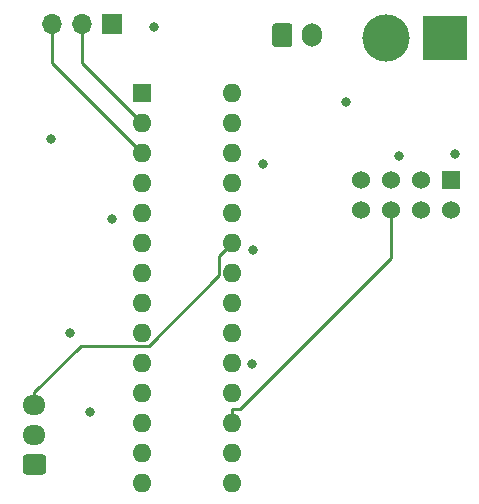
<source format=gbr>
G04 #@! TF.GenerationSoftware,KiCad,Pcbnew,5.1.6-c6e7f7d~87~ubuntu20.04.1*
G04 #@! TF.CreationDate,2020-10-16T00:20:04+02:00*
G04 #@! TF.ProjectId,soil_humidity_module,736f696c-5f68-4756-9d69-646974795f6d,rev?*
G04 #@! TF.SameCoordinates,Original*
G04 #@! TF.FileFunction,Copper,L2,Inr*
G04 #@! TF.FilePolarity,Positive*
%FSLAX46Y46*%
G04 Gerber Fmt 4.6, Leading zero omitted, Abs format (unit mm)*
G04 Created by KiCad (PCBNEW 5.1.6-c6e7f7d~87~ubuntu20.04.1) date 2020-10-16 00:20:04*
%MOMM*%
%LPD*%
G01*
G04 APERTURE LIST*
G04 #@! TA.AperFunction,ViaPad*
%ADD10R,3.800000X3.800000*%
G04 #@! TD*
G04 #@! TA.AperFunction,ViaPad*
%ADD11C,4.000000*%
G04 #@! TD*
G04 #@! TA.AperFunction,ViaPad*
%ADD12O,1.950000X1.700000*%
G04 #@! TD*
G04 #@! TA.AperFunction,ViaPad*
%ADD13O,1.700000X2.000000*%
G04 #@! TD*
G04 #@! TA.AperFunction,ViaPad*
%ADD14R,1.700000X1.700000*%
G04 #@! TD*
G04 #@! TA.AperFunction,ViaPad*
%ADD15O,1.700000X1.700000*%
G04 #@! TD*
G04 #@! TA.AperFunction,ViaPad*
%ADD16C,1.524000*%
G04 #@! TD*
G04 #@! TA.AperFunction,ViaPad*
%ADD17R,1.524000X1.524000*%
G04 #@! TD*
G04 #@! TA.AperFunction,ViaPad*
%ADD18R,1.600000X1.600000*%
G04 #@! TD*
G04 #@! TA.AperFunction,ViaPad*
%ADD19O,1.600000X1.600000*%
G04 #@! TD*
G04 #@! TA.AperFunction,ViaPad*
%ADD20C,0.800000*%
G04 #@! TD*
G04 #@! TA.AperFunction,Conductor*
%ADD21C,0.250000*%
G04 #@! TD*
G04 APERTURE END LIST*
D10*
X171450000Y-88595200D03*
D11*
X166450000Y-88595200D03*
D12*
X136652000Y-119714000D03*
X136652000Y-122214000D03*
G04 #@! TA.AperFunction,ViaPad*
G36*
G01*
X137377000Y-125564000D02*
X135927000Y-125564000D01*
G75*
G02*
X135677000Y-125314000I0J250000D01*
G01*
X135677000Y-124114000D01*
G75*
G02*
X135927000Y-123864000I250000J0D01*
G01*
X137377000Y-123864000D01*
G75*
G02*
X137627000Y-124114000I0J-250000D01*
G01*
X137627000Y-125314000D01*
G75*
G02*
X137377000Y-125564000I-250000J0D01*
G01*
G37*
G04 #@! TD.AperFunction*
D13*
X160132400Y-88366600D03*
G04 #@! TA.AperFunction,ViaPad*
G36*
G01*
X156782400Y-89116600D02*
X156782400Y-87616600D01*
G75*
G02*
X157032400Y-87366600I250000J0D01*
G01*
X158232400Y-87366600D01*
G75*
G02*
X158482400Y-87616600I0J-250000D01*
G01*
X158482400Y-89116600D01*
G75*
G02*
X158232400Y-89366600I-250000J0D01*
G01*
X157032400Y-89366600D01*
G75*
G02*
X156782400Y-89116600I0J250000D01*
G01*
G37*
G04 #@! TD.AperFunction*
D14*
X143256000Y-87376000D03*
D15*
X140716000Y-87376000D03*
X138176000Y-87376000D03*
D16*
X164338000Y-103124000D03*
X164338000Y-100584000D03*
X166878000Y-103124000D03*
X166878000Y-100584000D03*
X169418000Y-103124000D03*
X169418000Y-100584000D03*
X171958000Y-103124000D03*
D17*
X171958000Y-100584000D03*
D18*
X145796000Y-93218000D03*
D19*
X153416000Y-126238000D03*
X145796000Y-95758000D03*
X153416000Y-123698000D03*
X145796000Y-98298000D03*
X153416000Y-121158000D03*
X145796000Y-100838000D03*
X153416000Y-118618000D03*
X145796000Y-103378000D03*
X153416000Y-116078000D03*
X145796000Y-105918000D03*
X153416000Y-113538000D03*
X145796000Y-108458000D03*
X153416000Y-110998000D03*
X145796000Y-110998000D03*
X153416000Y-108458000D03*
X145796000Y-113538000D03*
X153416000Y-105918000D03*
X145796000Y-116078000D03*
X153416000Y-103378000D03*
X145796000Y-118618000D03*
X153416000Y-100838000D03*
X145796000Y-121158000D03*
X153416000Y-98298000D03*
X145796000Y-123698000D03*
X153416000Y-95758000D03*
X145796000Y-126238000D03*
X153416000Y-93218000D03*
D20*
X167538400Y-98628200D03*
X163068000Y-94005400D03*
X172237400Y-98425000D03*
X146812000Y-87630000D03*
X139700000Y-113538000D03*
X138049000Y-97155000D03*
X155067000Y-116205000D03*
X143256000Y-103886000D03*
X155194000Y-106553000D03*
X141325600Y-120243600D03*
X155981400Y-99237800D03*
D21*
X153416000Y-121158000D02*
X153416000Y-120033000D01*
X153416000Y-120033000D02*
X154089000Y-120033000D01*
X154089000Y-120033000D02*
X166878000Y-107244000D01*
X166878000Y-107244000D02*
X166878000Y-103124000D01*
X152290999Y-108708003D02*
X152290999Y-107043001D01*
X146336001Y-114663001D02*
X152290999Y-108708003D01*
X140602999Y-114663001D02*
X146336001Y-114663001D01*
X152290999Y-107043001D02*
X153416000Y-105918000D01*
X136652000Y-118614000D02*
X140602999Y-114663001D01*
X136652000Y-119714000D02*
X136652000Y-118614000D01*
X140716000Y-90678000D02*
X145796000Y-95758000D01*
X140716000Y-87376000D02*
X140716000Y-90678000D01*
X138176000Y-90678000D02*
X145796000Y-98298000D01*
X138176000Y-87376000D02*
X138176000Y-90678000D01*
M02*

</source>
